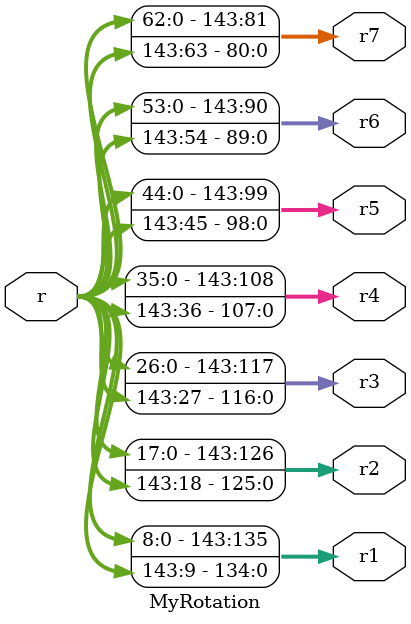
<source format=v>
/*
* -----------------------------------------------------------------
* AUTHOR  : Aein Rezaei Shahmirzadi (aein.rezaeishahmirzadi@rub.de)
* DOCUMENT: "Low-Latency and Low-Randomness Second-Order Masked Cubic Functions", TCHES 2023, Issue 1.
* -----------------------------------------------------------------
*
* Copyright (c) 2021, Aein Rezaei Shahmirzadi
*
* All rights reserved.
*
* THIS SOFTWARE IS PROVIDED BY THE COPYRIGHT HOLDERS AND CONTRIBUTORS "AS IS" AND
* ANY EXPRESS OR IMPLIED WARRANTIES, INCLUDING, BUT NOT LIMITED TO, THE IMPLIED
* WARRANTIES OF MERCHANTABILITY AND FITNESS FOR A PARTICULAR PURPOSE ARE
* DISCLAIMED. IN NO EVENT SHALL THE COPYRIGHT HOLDER OR CONTRIBUTERS BE LIABLE FOR ANY
* DIRECT, INDIRECT, INCIDENTAL, SPECIAL, EXEMPLARY, OR CONSEQUENTIAL DAMAGES
* (INCLUDING, BUT NOT LIMITED TO, PROCUREMENT OF SUBSTITUTE GOODS OR SERVICES;
* LOSS OF USE, DATA, OR PROFITS; OR BUSINESS INTERRUPTION) HOWEVER CAUSED AND
* ON ANY THEORY OF LIABILITY, WHETHER IN CONTRACT, STRICT LIABILITY, OR TORT
* (INCLUDING NEGLIGENCE OR OTHERWISE) ARISING IN ANY WAY OUT OF THE USE OF THIS
* SOFTWARE, EVEN IF ADVISED OF THE POSSIBILITY OF SUCH DAMAGE.
*
* Please see LICENSE and README for license and further instructions.
*/


module MyRotation(
    input  [143:0] r,
    output [143:0] r1,
    output [143:0] r2,
    output [143:0] r3,
    output [143:0] r4,
    output [143:0] r5,
    output [143:0] r6,
    output [143:0] r7 );
	 
	 
	 assign r1  = {r [8 :0], r [143:9]};
	 assign r2  = {r1[8 :0], r1[143:9]};
	 assign r3  = {r2[8 :0], r2[143:9]};
	 assign r4  = {r3[8 :0], r3[143:9]};
	 assign r5  = {r4[8 :0], r4[143:9]};
	 assign r6  = {r5[8 :0], r5[143:9]};
	 assign r7  = {r6[8 :0], r6[143:9]};



endmodule

</source>
